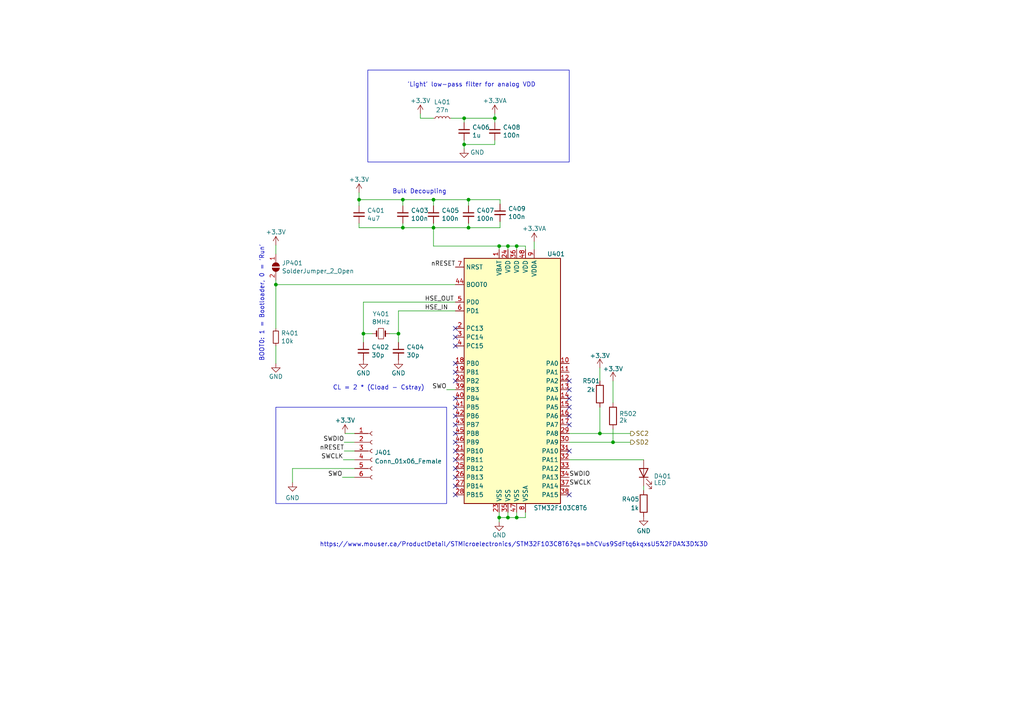
<source format=kicad_sch>
(kicad_sch (version 20230121) (generator eeschema)
  (paper "A4")
  (lib_symbols
    (symbol "Connector:Conn_01x06_Female" (pin_names (offset 1.016) hide)
      (property "Reference" "J" (at 0 7.62 0))
      (property "Value" "Conn_01x06_Female" (at 0 -10.16 0))
      (symbol "Conn_01x06_Female_1_1"
        (arc (start 0 -7.112) (mid -0.5058 -7.62) (end 0 -8.128) (stroke (width 0.1524)))
        (arc (start 0 -4.572) (mid -0.5058 -5.08) (end 0 -5.588) (stroke (width 0.1524)))
        (arc (start 0 -2.032) (mid -0.5058 -2.54) (end 0 -3.048) (stroke (width 0.1524)))
        (polyline (pts (xy -1.27 -7.62) (xy -0.508 -7.62)) (stroke (width 0.1524)))
        (polyline (pts (xy -1.27 -5.08) (xy -0.508 -5.08)) (stroke (width 0.1524)))
        (polyline (pts (xy -1.27 -2.54) (xy -0.508 -2.54)) (stroke (width 0.1524)))
        (polyline (pts (xy -1.27 0) (xy -0.508 0)) (stroke (width 0.1524)))
        (polyline (pts (xy -1.27 2.54) (xy -0.508 2.54)) (stroke (width 0.1524)))
        (polyline (pts (xy -1.27 5.08) (xy -0.508 5.08)) (stroke (width 0.1524)))
        (arc (start 0 0.508) (mid -0.5058 0) (end 0 -0.508) (stroke (width 0.1524)))
        (arc (start 0 3.048) (mid -0.5058 2.54) (end 0 2.032) (stroke (width 0.1524)))
        (arc (start 0 5.588) (mid -0.5058 5.08) (end 0 4.572) (stroke (width 0.1524)))
        (pin passive line (at -5.08 5.08 0) (length 3.81) (name "Pin_1") (number "1"))
        (pin passive line (at -5.08 2.54 0) (length 3.81) (name "Pin_2") (number "2"))
        (pin passive line (at -5.08 0 0) (length 3.81) (name "Pin_3") (number "3"))
        (pin passive line (at -5.08 -2.54 0) (length 3.81) (name "Pin_4") (number "4"))
        (pin passive line (at -5.08 -5.08 0) (length 3.81) (name "Pin_5") (number "5"))
        (pin passive line (at -5.08 -7.62 0) (length 3.81) (name "Pin_6") (number "6"))
      )
    )
    (symbol "Device:C_Small" (pin_numbers hide) (pin_names (offset 0.254) hide)
      (property "Reference" "C" (at 0.254 1.778 0))
      (property "Value" "C_Small" (at 0.254 -2.032 0))
      (symbol "C_Small_0_1"
        (polyline (pts (xy -1.524 -0.508) (xy 1.524 -0.508)) (stroke (width 0.3302)))
        (polyline (pts (xy -1.524 0.508) (xy 1.524 0.508)) (stroke (width 0.3048)))
      )
      (symbol "C_Small_1_1"
        (pin passive line (at 0 2.54 270) (length 2.032) (name "~") (number "1"))
        (pin passive line (at 0 -2.54 90) (length 2.032) (name "~") (number "2"))
      )
    )
    (symbol "Device:Crystal_Small" (pin_numbers hide) (pin_names (offset 1.016) hide)
      (property "Reference" "Y" (at 0 2.54 0))
      (property "Value" "Crystal_Small" (at 0 -2.54 0))
      (symbol "Crystal_Small_0_1"
        (rectangle (start -0.762 -1.524) (end 0.762 1.524))
        (polyline (pts (xy -1.27 -0.762) (xy -1.27 0.762)) (stroke (width 0.381)))
        (polyline (pts (xy 1.27 -0.762) (xy 1.27 0.762)) (stroke (width 0.381)))
      )
      (symbol "Crystal_Small_1_1"
        (pin passive line (at -2.54 0 0) (length 1.27) (name "1") (number "1"))
        (pin passive line (at 2.54 0 180) (length 1.27) (name "2") (number "2"))
      )
    )
    (symbol "Device:LED" (pin_numbers hide) (pin_names (offset 1.016) hide)
      (property "Reference" "D" (at 0 2.54 0))
      (property "Value" "LED" (at 0 -2.54 0))
      (symbol "LED_0_1"
        (polyline (pts (xy -1.27 -1.27) (xy -1.27 1.27)) (stroke (width 0.254)))
        (polyline (pts (xy -1.27 0) (xy 1.27 0)))
        (polyline (pts (xy 1.27 -1.27) (xy 1.27 1.27) (xy -1.27 0) (xy 1.27 -1.27)) (stroke (width 0.254)))
        (polyline (pts (xy -3.048 -0.762) (xy -4.572 -2.286) (xy -3.81 -2.286) (xy -4.572 -2.286) (xy -4.572 -1.524)))
        (polyline (pts (xy -1.778 -0.762) (xy -3.302 -2.286) (xy -2.54 -2.286) (xy -3.302 -2.286) (xy -3.302 -1.524)))
      )
      (symbol "LED_1_1"
        (pin passive line (at -3.81 0 0) (length 2.54) (name "K") (number "1"))
        (pin passive line (at 3.81 0 180) (length 2.54) (name "A") (number "2"))
      )
    )
    (symbol "Device:L_Small" (pin_numbers hide) (pin_names (offset 0.254) hide)
      (property "Reference" "L" (at 0.762 1.016 0))
      (property "Value" "L_Small" (at 0.762 -1.016 0))
      (symbol "L_Small_0_1"
        (arc (start 0 -2.032) (mid 0.5058 -1.524) (end 0 -1.016))
        (arc (start 0 -1.016) (mid 0.5058 -0.508) (end 0 0))
        (arc (start 0 0) (mid 0.5058 0.508) (end 0 1.016))
        (arc (start 0 1.016) (mid 0.5058 1.524) (end 0 2.032))
      )
      (symbol "L_Small_1_1"
        (pin passive line (at 0 2.54 270) (length 0.508) (name "~") (number "1"))
        (pin passive line (at 0 -2.54 90) (length 0.508) (name "~") (number "2"))
      )
    )
    (symbol "Device:R" (pin_numbers hide) (pin_names (offset 0))
      (property "Reference" "R" (at 2.032 0 90))
      (property "Value" "R" (at 0 0 90))
      (symbol "R_0_1"
        (rectangle (start -1.016 -2.54) (end 1.016 2.54) (stroke (width 0.254)))
      )
      (symbol "R_1_1"
        (pin passive line (at 0 3.81 270) (length 1.27) (name "~") (number "1"))
        (pin passive line (at 0 -3.81 90) (length 1.27) (name "~") (number "2"))
      )
    )
    (symbol "Device:R_Small" (pin_numbers hide) (pin_names (offset 0.254) hide)
      (property "Reference" "R" (at 0.762 0.508 0))
      (property "Value" "R_Small" (at 0.762 -1.016 0))
      (symbol "R_Small_0_1"
        (rectangle (start -0.762 1.778) (end 0.762 -1.778) (stroke (width 0.2032)))
      )
      (symbol "R_Small_1_1"
        (pin passive line (at 0 2.54 270) (length 0.762) (name "~") (number "1"))
        (pin passive line (at 0 -2.54 90) (length 0.762) (name "~") (number "2"))
      )
    )
    (symbol "Jumper:SolderJumper_2_Open" (pin_names (offset 0) hide)
      (property "Reference" "JP" (at 0 2.032 0))
      (property "Value" "SolderJumper_2_Open" (at 0 -2.54 0))
      (symbol "SolderJumper_2_Open_0_1"
        (arc (start -0.254 1.016) (mid -1.2656 0) (end -0.254 -1.016))
        (arc (start -0.254 1.016) (mid -1.2656 0) (end -0.254 -1.016) (fill (type outline)))
        (polyline (pts (xy -0.254 1.016) (xy -0.254 -1.016)))
        (polyline (pts (xy 0.254 1.016) (xy 0.254 -1.016)))
        (arc (start 0.254 -1.016) (mid 1.2656 0) (end 0.254 1.016))
        (arc (start 0.254 -1.016) (mid 1.2656 0) (end 0.254 1.016) (fill (type outline)))
      )
      (symbol "SolderJumper_2_Open_1_1"
        (pin passive line (at -3.81 0 0) (length 2.54) (name "A") (number "1"))
        (pin passive line (at 3.81 0 180) (length 2.54) (name "B") (number "2"))
      )
    )
    (symbol "MCU_ST_STM32F1:STM32F103C8Tx"
      (property "Reference" "U" (at -15.24 36.83 0))
      (property "Value" "STM32F103C8Tx" (at 7.62 36.83 0))
      (symbol "STM32F103C8Tx_0_1"
        (rectangle (start -15.24 -35.56) (end 12.7 35.56) (stroke (width 0.254)) (fill (type background)))
      )
      (symbol "STM32F103C8Tx_1_1"
        (pin power_in line (at -5.08 38.1 270) (length 2.54) (name "VBAT") (number "1"))
        (pin bidirectional line (at 15.24 5.08 180) (length 2.54) (name "PA0") (number "10"))
        (pin bidirectional line (at 15.24 2.54 180) (length 2.54) (name "PA1") (number "11"))
        (pin bidirectional line (at 15.24 0 180) (length 2.54) (name "PA2") (number "12"))
        (pin bidirectional line (at 15.24 -2.54 180) (length 2.54) (name "PA3") (number "13"))
        (pin bidirectional line (at 15.24 -5.08 180) (length 2.54) (name "PA4") (number "14"))
        (pin bidirectional line (at 15.24 -7.62 180) (length 2.54) (name "PA5") (number "15"))
        (pin bidirectional line (at 15.24 -10.16 180) (length 2.54) (name "PA6") (number "16"))
        (pin bidirectional line (at 15.24 -12.7 180) (length 2.54) (name "PA7") (number "17"))
        (pin bidirectional line (at -17.78 5.08 0) (length 2.54) (name "PB0") (number "18"))
        (pin bidirectional line (at -17.78 2.54 0) (length 2.54) (name "PB1") (number "19"))
        (pin bidirectional line (at -17.78 15.24 0) (length 2.54) (name "PC13") (number "2"))
        (pin bidirectional line (at -17.78 0 0) (length 2.54) (name "PB2") (number "20"))
        (pin bidirectional line (at -17.78 -20.32 0) (length 2.54) (name "PB10") (number "21"))
        (pin bidirectional line (at -17.78 -22.86 0) (length 2.54) (name "PB11") (number "22"))
        (pin power_in line (at -5.08 -38.1 90) (length 2.54) (name "VSS") (number "23"))
        (pin power_in line (at -2.54 38.1 270) (length 2.54) (name "VDD") (number "24"))
        (pin bidirectional line (at -17.78 -25.4 0) (length 2.54) (name "PB12") (number "25"))
        (pin bidirectional line (at -17.78 -27.94 0) (length 2.54) (name "PB13") (number "26"))
        (pin bidirectional line (at -17.78 -30.48 0) (length 2.54) (name "PB14") (number "27"))
        (pin bidirectional line (at -17.78 -33.02 0) (length 2.54) (name "PB15") (number "28"))
        (pin bidirectional line (at 15.24 -15.24 180) (length 2.54) (name "PA8") (number "29"))
        (pin bidirectional line (at -17.78 12.7 0) (length 2.54) (name "PC14") (number "3"))
        (pin bidirectional line (at 15.24 -17.78 180) (length 2.54) (name "PA9") (number "30"))
        (pin bidirectional line (at 15.24 -20.32 180) (length 2.54) (name "PA10") (number "31"))
        (pin bidirectional line (at 15.24 -22.86 180) (length 2.54) (name "PA11") (number "32"))
        (pin bidirectional line (at 15.24 -25.4 180) (length 2.54) (name "PA12") (number "33"))
        (pin bidirectional line (at 15.24 -27.94 180) (length 2.54) (name "PA13") (number "34"))
        (pin power_in line (at -2.54 -38.1 90) (length 2.54) (name "VSS") (number "35"))
        (pin power_in line (at 0 38.1 270) (length 2.54) (name "VDD") (number "36"))
        (pin bidirectional line (at 15.24 -30.48 180) (length 2.54) (name "PA14") (number "37"))
        (pin bidirectional line (at 15.24 -33.02 180) (length 2.54) (name "PA15") (number "38"))
        (pin bidirectional line (at -17.78 -2.54 0) (length 2.54) (name "PB3") (number "39"))
        (pin bidirectional line (at -17.78 10.16 0) (length 2.54) (name "PC15") (number "4"))
        (pin bidirectional line (at -17.78 -5.08 0) (length 2.54) (name "PB4") (number "40"))
        (pin bidirectional line (at -17.78 -7.62 0) (length 2.54) (name "PB5") (number "41"))
        (pin bidirectional line (at -17.78 -10.16 0) (length 2.54) (name "PB6") (number "42"))
        (pin bidirectional line (at -17.78 -12.7 0) (length 2.54) (name "PB7") (number "43"))
        (pin input line (at -17.78 27.94 0) (length 2.54) (name "BOOT0") (number "44"))
        (pin bidirectional line (at -17.78 -15.24 0) (length 2.54) (name "PB8") (number "45"))
        (pin bidirectional line (at -17.78 -17.78 0) (length 2.54) (name "PB9") (number "46"))
        (pin power_in line (at 0 -38.1 90) (length 2.54) (name "VSS") (number "47"))
        (pin power_in line (at 2.54 38.1 270) (length 2.54) (name "VDD") (number "48"))
        (pin input line (at -17.78 22.86 0) (length 2.54) (name "PD0") (number "5"))
        (pin input line (at -17.78 20.32 0) (length 2.54) (name "PD1") (number "6"))
        (pin input line (at -17.78 33.02 0) (length 2.54) (name "NRST") (number "7"))
        (pin power_in line (at 2.54 -38.1 90) (length 2.54) (name "VSSA") (number "8"))
        (pin power_in line (at 5.08 38.1 270) (length 2.54) (name "VDDA") (number "9"))
      )
    )
    (symbol "power:+3.3V" (power) (pin_names (offset 0))
      (property "Value" "+3.3V" (at 0 3.556 0))
      (symbol "+3.3V_0_1"
        (polyline (pts (xy -0.762 1.27) (xy 0 2.54)))
        (polyline (pts (xy 0 0) (xy 0 2.54)))
        (polyline (pts (xy 0 2.54) (xy 0.762 1.27)))
      )
      (symbol "+3.3V_1_1"
        (pin power_in line (at 0 0 90) (length 0) hide (name "+3.3V") (number "1"))
      )
    )
    (symbol "power:+3.3VA" (power) (pin_names (offset 0))
      (property "Value" "+3.3VA" (at 0 3.556 0))
      (symbol "+3.3VA_0_1"
        (polyline (pts (xy -0.762 1.27) (xy 0 2.54)))
        (polyline (pts (xy 0 0) (xy 0 2.54)))
        (polyline (pts (xy 0 2.54) (xy 0.762 1.27)))
      )
      (symbol "+3.3VA_1_1"
        (pin power_in line (at 0 0 90) (length 0) hide (name "+3.3VA") (number "1"))
      )
    )
    (symbol "power:GND" (power) (pin_names (offset 0))
      (property "Value" "GND" (at 0 -3.81 0))
      (symbol "GND_0_1"
        (polyline (pts (xy 0 0) (xy 0 -1.27) (xy 1.27 -1.27) (xy 0 -2.54) (xy -1.27 -1.27) (xy 0 -1.27)))
      )
      (symbol "GND_1_1"
        (pin power_in line (at 0 0 270) (length 0) hide (name "GND") (number "1"))
      )
    )
  )
  (junction (at 135.89 57.912))
  (junction (at 80.01 82.55))
  (junction (at 125.73 66.04))
  (junction (at 147.32 71.374))
  (junction (at 173.99 125.73))
  (junction (at 125.73 57.912))
  (junction (at 134.62 41.91))
  (junction (at 135.89 66.04))
  (junction (at 149.86 71.374))
  (junction (at 147.32 150.114))
  (junction (at 134.62 34.29))
  (junction (at 144.78 150.114))
  (junction (at 115.57 96.774))
  (junction (at 116.84 57.912))
  (junction (at 144.78 71.374))
  (junction (at 177.8 128.27))
  (junction (at 105.41 96.774))
  (junction (at 149.86 150.114))
  (junction (at 104.14 57.912))
  (junction (at 143.51 34.29))
  (junction (at 116.84 66.04))
  (no_connect (at 132.08 105.41))
  (no_connect (at 165.1 130.81))
  (no_connect (at 132.08 140.97))
  (no_connect (at 132.08 128.27))
  (no_connect (at 165.1 123.19))
  (no_connect (at 165.1 143.51))
  (no_connect (at 132.08 118.11))
  (no_connect (at 132.08 135.89))
  (no_connect (at 165.1 110.49))
  (no_connect (at 132.08 133.35))
  (no_connect (at 165.1 113.03))
  (no_connect (at 132.08 138.43))
  (no_connect (at 132.08 110.49))
  (no_connect (at 132.08 125.73))
  (no_connect (at 132.08 123.19))
  (no_connect (at 132.08 97.79))
  (no_connect (at 132.08 115.57))
  (no_connect (at 132.08 95.25))
  (no_connect (at 132.08 100.33))
  (no_connect (at 165.1 120.65))
  (no_connect (at 165.1 118.11))
  (no_connect (at 132.08 120.65))
  (no_connect (at 165.1 115.57))
  (no_connect (at 132.08 130.81))
  (no_connect (at 132.08 107.95))
  (no_connect (at 132.08 143.51))
  (wire (pts (xy 104.14 57.912) (xy 116.84 57.912)))
  (wire (pts (xy 80.01 71.12) (xy 80.01 73.66)))
  (wire (pts (xy 134.62 43.18) (xy 134.62 41.91)))
  (wire (pts (xy 121.92 34.29) (xy 125.73 34.29)))
  (wire (pts (xy 105.41 87.63) (xy 105.41 96.774)))
  (wire (pts (xy 115.57 99.314) (xy 115.57 96.774)))
  (wire (pts (xy 105.41 99.314) (xy 105.41 96.774)))
  (wire (pts (xy 143.51 34.29) (xy 134.62 34.29)))
  (wire (pts (xy 135.89 64.77) (xy 135.89 66.04)))
  (wire (pts (xy 186.69 140.97) (xy 186.69 142.24)))
  (wire (pts (xy 165.1 133.35) (xy 186.69 133.35)))
  (wire (pts (xy 84.836 139.954) (xy 84.836 135.89)))
  (wire (pts (xy 152.4 71.374) (xy 152.4 72.39)))
  (wire (pts (xy 125.73 66.04) (xy 125.73 71.374)))
  (wire (pts (xy 104.14 66.04) (xy 116.84 66.04)))
  (wire (pts (xy 80.01 82.55) (xy 132.08 82.55)))
  (wire (pts (xy 80.01 105.41) (xy 80.01 100.33)))
  (wire (pts (xy 104.14 55.88) (xy 104.14 57.912)))
  (wire (pts (xy 149.86 71.374) (xy 152.4 71.374)))
  (wire (pts (xy 135.89 66.04) (xy 145.034 66.04)))
  (wire (pts (xy 149.86 72.39) (xy 149.86 71.374)))
  (wire (pts (xy 80.01 82.55) (xy 80.01 95.25)))
  (wire (pts (xy 145.034 57.912) (xy 135.89 57.912)))
  (wire (pts (xy 113.03 96.774) (xy 115.57 96.774)))
  (wire (pts (xy 147.32 72.39) (xy 147.32 71.374)))
  (wire (pts (xy 84.836 135.89) (xy 102.87 135.89)))
  (wire (pts (xy 116.84 57.912) (xy 116.84 59.69)))
  (wire (pts (xy 121.92 33.02) (xy 121.92 34.29)))
  (wire (pts (xy 116.84 57.912) (xy 125.73 57.912)))
  (wire (pts (xy 99.568 133.35) (xy 102.87 133.35)))
  (wire (pts (xy 125.73 64.77) (xy 125.73 66.04)))
  (wire (pts (xy 134.62 35.56) (xy 134.62 34.29)))
  (wire (pts (xy 99.822 130.81) (xy 102.87 130.81)))
  (wire (pts (xy 154.94 70.104) (xy 154.94 72.39)))
  (wire (pts (xy 134.62 40.64) (xy 134.62 41.91)))
  (wire (pts (xy 144.78 71.374) (xy 147.32 71.374)))
  (wire (pts (xy 173.99 125.73) (xy 182.88 125.73)))
  (wire (pts (xy 143.51 35.56) (xy 143.51 34.29)))
  (wire (pts (xy 177.8 110.49) (xy 177.8 116.84)))
  (wire (pts (xy 135.89 59.69) (xy 135.89 57.912)))
  (wire (pts (xy 125.73 57.912) (xy 135.89 57.912)))
  (wire (pts (xy 132.08 87.63) (xy 105.41 87.63)))
  (wire (pts (xy 99.314 138.43) (xy 102.87 138.43)))
  (wire (pts (xy 165.1 125.73) (xy 173.99 125.73)))
  (wire (pts (xy 147.32 150.114) (xy 149.86 150.114)))
  (wire (pts (xy 125.73 66.04) (xy 135.89 66.04)))
  (wire (pts (xy 125.73 59.69) (xy 125.73 57.912)))
  (wire (pts (xy 145.034 59.182) (xy 145.034 57.912)))
  (wire (pts (xy 100.076 125.73) (xy 102.87 125.73)))
  (wire (pts (xy 144.78 150.114) (xy 144.78 148.59)))
  (wire (pts (xy 144.78 151.384) (xy 144.78 150.114)))
  (wire (pts (xy 173.99 106.68) (xy 173.99 110.49)))
  (wire (pts (xy 147.32 148.59) (xy 147.32 150.114)))
  (wire (pts (xy 134.62 41.91) (xy 143.51 41.91)))
  (wire (pts (xy 115.57 96.774) (xy 115.57 90.17)))
  (wire (pts (xy 177.8 128.27) (xy 182.88 128.27)))
  (wire (pts (xy 147.32 71.374) (xy 149.86 71.374)))
  (wire (pts (xy 143.51 33.02) (xy 143.51 34.29)))
  (wire (pts (xy 177.8 124.46) (xy 177.8 128.27)))
  (wire (pts (xy 116.84 64.77) (xy 116.84 66.04)))
  (wire (pts (xy 105.41 96.774) (xy 107.95 96.774)))
  (wire (pts (xy 144.78 150.114) (xy 147.32 150.114)))
  (wire (pts (xy 104.14 57.912) (xy 104.14 59.69)))
  (wire (pts (xy 173.99 118.11) (xy 173.99 125.73)))
  (wire (pts (xy 152.4 150.114) (xy 152.4 148.59)))
  (wire (pts (xy 125.73 71.374) (xy 144.78 71.374)))
  (wire (pts (xy 99.822 128.27) (xy 102.87 128.27)))
  (wire (pts (xy 165.1 128.27) (xy 177.8 128.27)))
  (wire (pts (xy 143.51 41.91) (xy 143.51 40.64)))
  (wire (pts (xy 149.86 148.59) (xy 149.86 150.114)))
  (wire (pts (xy 129.54 113.03) (xy 132.08 113.03)))
  (wire (pts (xy 144.78 71.374) (xy 144.78 72.39)))
  (wire (pts (xy 80.01 81.28) (xy 80.01 82.55)))
  (wire (pts (xy 104.14 64.77) (xy 104.14 66.04)))
  (wire (pts (xy 115.57 90.17) (xy 132.08 90.17)))
  (wire (pts (xy 116.84 66.04) (xy 125.73 66.04)))
  (wire (pts (xy 149.86 150.114) (xy 152.4 150.114)))
  (wire (pts (xy 145.034 64.262) (xy 145.034 66.04)))
  (wire (pts (xy 130.81 34.29) (xy 134.62 34.29)))
  (rectangle (start 106.68 20.32) (end 165.1 46.99))
  (rectangle (start 80.01 118.11) (end 129.54 146.05))
  (text "https://www.mouser.ca/ProductDetail/STMicroelectronics/STM32F103C8T6?qs=bhCVus9SdFtq6kqxsU5%2FDA%3D%3D" (at 92.71 158.75 0) (effects (font (size 1.27 1.27)) (justify left bottom)))
  (text "Bulk Decoupling\n" (at 113.792 56.388 0) (effects (font (size 1.27 1.27)) (justify left bottom)))
  (text "CL = 2 * (Cload - Cstray)" (at 96.52 113.284 0) (effects (font (size 1.27 1.27)) (justify left bottom)))
  (text "'Light' low-pass filter for analog VDD" (at 118.11 25.4 0) (effects (font (size 1.27 1.27)) (justify left bottom)))
  (text "BOOT0: 1 = Bootloader, 0 = 'Run'" (at 76.708 104.902 90) (effects (font (size 1.27 1.27)) (justify left bottom)))
  (label "nRESET" (at 132.08 77.47 180))
  (label "SWCLK" (at 165.1 140.97 0))
  (label "SWCLK" (at 99.568 133.35 180))
  (label "SWDIO" (at 165.1 138.43 0))
  (label "SWDIO" (at 99.822 128.27 180))
  (label "SWO" (at 99.314 138.43 180))
  (label "nRESET" (at 99.822 130.81 180))
  (label "SWO" (at 129.54 113.03 180))
  (label "HSE_IN" (at 123.19 90.17 0))
  (label "HSE_OUT" (at 123.19 87.63 0))
  (hierarchical_label "SC2" (shape output) (at 182.88 125.73 0))
  (hierarchical_label "SD2" (shape output) (at 182.88 128.27 0))
  (symbol (lib_id "Device:LED") (at 186.69 137.16 90) (unit 1)
    (property "Reference" "D401" (at 189.611 138.1038 90) (effects (justify right)))
    (property "Value" "LED" (at 189.611 140.0248 90) (effects (justify right)))
    (property "Footprint" "LED_SMD:LED_0402_1005Metric_Pad0.77x0.64mm_HandSolder" (effects hide))
    (instances (project "payload" (path "" (reference "D401") (unit 1)) (path "" (reference "D301") (unit 1))))
  )
  (symbol (lib_id "power:GND") (at 115.57 104.394 0) (unit 1)
    (property "Reference" "#PWR0407" (effects hide))
    (property "Value" "GND" (at 115.57 108.204 0))
    (instances (project "payload" (path "" (reference "#PWR0407") (unit 1))) (project "PDB" (path "" (reference "#PWR0126") (unit 1))))
  )
  (symbol (lib_id "power:+3.3V") (at 100.076 125.73 0) (unit 1)
    (property "Reference" "#PWR0404" (effects hide))
    (property "Value" "+3.3V" (at 100.076 121.92 0))
    (instances (project "payload" (path "" (reference "#PWR0404") (unit 1))) (project "PDB" (path "" (reference "#PWR0127") (unit 1))))
  )
  (symbol (lib_id "Device:R_Small") (at 80.01 97.79 0) (unit 1)
    (property "Reference" "R401" (at 81.5086 96.6216 0) (effects (justify left)))
    (property "Value" "10k" (at 81.5086 98.933 0) (effects (justify left)))
    (property "Footprint" "Resistor_SMD:R_0805_2012Metric_Pad1.20x1.40mm_HandSolder" (effects hide))
    (property "LCSC Part #" "C25744" (effects hide))
    (instances (project "payload" (path "" (reference "R401") (unit 1))) (project "PDB" (path "" (reference "R108") (unit 1))))
  )
  (symbol (lib_id "power:GND") (at 80.01 105.41 0) (unit 1)
    (property "Reference" "#PWR0403" (effects hide))
    (property "Value" "GND" (at 80.01 109.22 0))
    (instances (project "payload" (path "" (reference "#PWR0403") (unit 1))) (project "PDB" (path "" (reference "#PWR0123") (unit 1))))
  )
  (symbol (lib_id "power:+3.3VA") (at 143.51 33.02 0) (unit 1)
    (property "Reference" "#PWR0410" (effects hide))
    (property "Value" "+3.3VA" (at 143.51 29.21 0))
    (instances (project "payload" (path "" (reference "#PWR0410") (unit 1))) (project "PDB" (path "" (reference "#PWR0120") (unit 1))))
  )
  (symbol (lib_id "power:+3.3V") (at 80.01 71.12 0) (unit 1)
    (property "Reference" "#PWR0402" (effects hide))
    (property "Value" "+3.3V" (at 80.01 67.31 0))
    (instances (project "payload" (path "" (reference "#PWR0402") (unit 1))) (project "PDB" (path "" (reference "#PWR0124") (unit 1))))
  )
  (symbol (lib_id "Device:R") (at 186.69 146.05 0) (unit 1)
    (property "Reference" "R405" (at 180.34 144.78 0) (effects (justify left)))
    (property "Value" "1k" (at 182.88 147.32 0) (effects (justify left)))
    (property "Footprint" "Capacitor_SMD:C_0603_1608Metric_Pad1.08x0.95mm_HandSolder" (effects hide))
    (instances (project "payload" (path "" (reference "R405") (unit 1)) (path "" (reference "R101") (unit 1)) (path "" (reference "R303") (unit 1))) (project "electrical-power-system" (path "" (reference "R401") (unit 1))))
  )
  (symbol (lib_id "Device:C_Small") (at 116.84 62.23 0) (unit 1)
    (property "Reference" "C403" (at 119.1768 61.0616 0) (effects (justify left)))
    (property "Value" "100n" (at 119.1768 63.373 0) (effects (justify left)))
    (property "Footprint" "Capacitor_SMD:C_0805_2012Metric_Pad1.18x1.45mm_HandSolder" (effects hide))
    (property "LCSC Part #" "C1525" (effects hide))
    (instances (project "payload" (path "" (reference "C403") (unit 1))) (project "PDB" (path "" (reference "C112") (unit 1))))
  )
  (symbol (lib_id "power:+3.3V") (at 177.8 110.49 0) (unit 1)
    (property "Reference" "#PWR0114" (effects hide))
    (property "Value" "+3.3V" (at 177.8 106.9881 0))
    (instances (project "payload" (path "" (reference "#PWR0114") (unit 1)) (path "" (reference "#PWR0506") (unit 1)) (path "" (reference "#PWR0414") (unit 1))) (project "electrical-power-system" (path "" (reference "#PWR0119") (unit 1))))
  )
  (symbol (lib_id "power:GND") (at 84.836 139.954 0) (unit 1)
    (property "Reference" "#PWR0401" (effects hide))
    (property "Value" "GND" (at 84.836 144.3974 0))
    (instances (project "payload" (path "" (reference "#PWR0401") (unit 1))) (project "PDB" (path "" (reference "#PWR0118") (unit 1))))
  )
  (symbol (lib_id "power:GND") (at 186.69 149.86 0) (unit 1)
    (property "Reference" "#PWR0416" (effects hide))
    (property "Value" "GND" (at 186.69 153.9955 0))
    (instances (project "payload" (path "" (reference "#PWR0416") (unit 1)) (path "" (reference "#PWR0309") (unit 1))) (project "electrical-power-system" (path "" (reference "#PWR0408") (unit 1))))
  )
  (symbol (lib_id "MCU_ST_STM32F1:STM32F103C8Tx") (at 149.86 110.49 0) (unit 1)
    (property "Reference" "U401" (at 161.29 73.66 0))
    (property "Value" "STM32F103C8T6" (at 162.56 147.32 0))
    (property "Footprint" "Package_QFP:LQFP-48_7x7mm_P0.5mm" (effects hide))
    (property "Datasheet" "http://www.st.com/st-web-ui/static/active/en/resource/technical/document/datasheet/CD00161566.pdf" (effects hide))
    (property "LCSC Part #" "C8734" (effects hide))
    (instances (project "payload" (path "" (reference "U401") (unit 1))) (project "PDB" (path "" (reference "U105") (unit 1))))
  )
  (symbol (lib_id "Device:R") (at 177.8 120.65 0) (unit 1)
    (property "Reference" "R502" (at 179.578 120.0063 0) (effects (justify left)))
    (property "Value" "2k" (at 179.578 121.9273 0) (effects (justify left)))
    (property "Footprint" "Capacitor_SMD:C_0603_1608Metric_Pad1.08x0.95mm_HandSolder" (effects hide))
    (instances (project "payload" (path "" (reference "R502") (unit 1)) (path "" (reference "R102") (unit 1)) (path "" (reference "R403") (unit 1))) (project "electrical-power-system" (path "" (reference "R402") (unit 1))))
  )
  (symbol (lib_id "Device:C_Small") (at 134.62 38.1 0) (unit 1)
    (property "Reference" "C406" (at 136.9568 36.9316 0) (effects (justify left)))
    (property "Value" "1u" (at 136.9568 39.243 0) (effects (justify left)))
    (property "Footprint" "Capacitor_SMD:C_0805_2012Metric_Pad1.18x1.45mm_HandSolder" (effects hide))
    (property "LCSC Part #" "C52923" (effects hide))
    (instances (project "payload" (path "" (reference "C406") (unit 1))) (project "PDB" (path "" (reference "C115") (unit 1))))
  )
  (symbol (lib_id "Device:C_Small") (at 115.57 101.854 0) (unit 1)
    (property "Reference" "C404" (at 117.9068 100.6856 0) (effects (justify left)))
    (property "Value" "30p" (at 117.9068 102.997 0) (effects (justify left)))
    (property "Footprint" "Capacitor_SMD:C_0805_2012Metric_Pad1.18x1.45mm_HandSolder" (effects hide))
    (property "LCSC Part #" "C1570" (effects hide))
    (instances (project "payload" (path "" (reference "C404") (unit 1))) (project "PDB" (path "" (reference "C113") (unit 1))))
  )
  (symbol (lib_id "Device:C_Small") (at 125.73 62.23 0) (unit 1)
    (property "Reference" "C405" (at 128.0668 61.0616 0) (effects (justify left)))
    (property "Value" "100n" (at 128.0668 63.373 0) (effects (justify left)))
    (property "Footprint" "Capacitor_SMD:C_0805_2012Metric_Pad1.18x1.45mm_HandSolder" (effects hide))
    (property "LCSC Part #" "C1525" (effects hide))
    (instances (project "payload" (path "" (reference "C405") (unit 1))) (project "PDB" (path "" (reference "C114") (unit 1))))
  )
  (symbol (lib_id "Device:C_Small") (at 143.51 38.1 0) (unit 1)
    (property "Reference" "C408" (at 145.8468 36.9316 0) (effects (justify left)))
    (property "Value" "100n" (at 145.8468 39.243 0) (effects (justify left)))
    (property "Footprint" "Capacitor_SMD:C_0805_2012Metric_Pad1.18x1.45mm_HandSolder" (effects hide))
    (property "LCSC Part #" "C1525" (effects hide))
    (instances (project "payload" (path "" (reference "C408") (unit 1))) (project "PDB" (path "" (reference "C117") (unit 1))))
  )
  (symbol (lib_id "power:+3.3V") (at 121.92 33.02 0) (unit 1)
    (property "Reference" "#PWR0408" (effects hide))
    (property "Value" "+3.3V" (at 121.92 29.21 0))
    (instances (project "payload" (path "" (reference "#PWR0408") (unit 1))) (project "PDB" (path "" (reference "#PWR0121") (unit 1))))
  )
  (symbol (lib_id "power:+3.3VA") (at 154.94 70.104 0) (unit 1)
    (property "Reference" "#PWR0412" (effects hide))
    (property "Value" "+3.3VA" (at 154.94 66.294 0))
    (instances (project "payload" (path "" (reference "#PWR0412") (unit 1))) (project "PDB" (path "" (reference "#PWR0101") (unit 1))))
  )
  (symbol (lib_id "Jumper:SolderJumper_2_Open") (at 80.01 77.47 270) (unit 1)
    (property "Reference" "JP401" (at 81.7372 76.3016 90) (effects (justify left)))
    (property "Value" "SolderJumper_2_Open" (at 81.7372 78.613 90) (effects (justify left)))
    (property "Footprint" "Jumper:SolderJumper-2_P1.3mm_Open_Pad1.0x1.5mm" (effects hide))
    (instances (project "payload" (path "" (reference "JP401") (unit 1))) (project "PDB" (path "" (reference "JP101") (unit 1))))
  )
  (symbol (lib_id "Device:R") (at 173.99 114.3 0) (unit 1)
    (property "Reference" "R501" (at 168.91 110.49 0) (effects (justify left)))
    (property "Value" "2k" (at 170.18 113.03 0) (effects (justify left)))
    (property "Footprint" "Capacitor_SMD:C_0603_1608Metric_Pad1.08x0.95mm_HandSolder" (effects hide))
    (instances (project "payload" (path "" (reference "R501") (unit 1)) (path "" (reference "R101") (unit 1)) (path "" (reference "R402") (unit 1))) (project "electrical-power-system" (path "" (reference "R401") (unit 1))))
  )
  (symbol (lib_id "Device:C_Small") (at 104.14 62.23 0) (unit 1)
    (property "Reference" "C401" (at 106.4768 61.0616 0) (effects (justify left)))
    (property "Value" "4u7" (at 106.4768 63.373 0) (effects (justify left)))
    (property "Footprint" "Capacitor_SMD:C_0805_2012Metric_Pad1.18x1.45mm_HandSolder" (effects hide))
    (property "LCSC Part #" "C19666" (effects hide))
    (instances (project "payload" (path "" (reference "C401") (unit 1))) (project "PDB" (path "" (reference "C110") (unit 1))))
  )
  (symbol (lib_id "power:+3.3V") (at 104.14 55.88 0) (unit 1)
    (property "Reference" "#PWR0405" (effects hide))
    (property "Value" "+3.3V" (at 104.14 52.07 0))
    (instances (project "payload" (path "" (reference "#PWR0405") (unit 1))) (project "PDB" (path "" (reference "#PWR0119") (unit 1))))
  )
  (symbol (lib_id "Device:Crystal_Small") (at 110.49 96.774 0) (unit 1)
    (property "Reference" "Y401" (at 110.49 91.059 0))
    (property "Value" "8MHz" (at 110.49 93.3704 0))
    (property "Footprint" "Crystal:Crystal_SMD_5032-2Pin_5.0x3.2mm" (effects hide))
    (property "LCSC Part #" "C115962" (effects hide))
    (instances (project "payload" (path "" (reference "Y401") (unit 1))) (project "PDB" (path "" (reference "Y101") (unit 1))))
  )
  (symbol (lib_id "power:+3.3V") (at 173.99 106.68 0) (unit 1)
    (property "Reference" "#PWR0113" (effects hide))
    (property "Value" "+3.3V" (at 173.99 103.1781 0))
    (instances (project "payload" (path "" (reference "#PWR0113") (unit 1)) (path "" (reference "#PWR0505") (unit 1)) (path "" (reference "#PWR0413") (unit 1))) (project "electrical-power-system" (path "" (reference "#PWR0119") (unit 1))))
  )
  (symbol (lib_id "power:GND") (at 105.41 104.394 0) (unit 1)
    (property "Reference" "#PWR0406" (effects hide))
    (property "Value" "GND" (at 105.41 108.204 0))
    (instances (project "payload" (path "" (reference "#PWR0406") (unit 1))) (project "PDB" (path "" (reference "#PWR0125") (unit 1))))
  )
  (symbol (lib_id "Device:C_Small") (at 105.41 101.854 0) (unit 1)
    (property "Reference" "C402" (at 107.7468 100.6856 0) (effects (justify left)))
    (property "Value" "30p" (at 107.7468 102.997 0) (effects (justify left)))
    (property "Footprint" "Capacitor_SMD:C_0805_2012Metric_Pad1.18x1.45mm_HandSolder" (effects hide))
    (property "LCSC Part #" "C1570" (effects hide))
    (instances (project "payload" (path "" (reference "C402") (unit 1))) (project "PDB" (path "" (reference "C111") (unit 1))))
  )
  (symbol (lib_id "Device:C_Small") (at 135.89 62.23 0) (unit 1)
    (property "Reference" "C407" (at 138.2268 61.0616 0) (effects (justify left)))
    (property "Value" "100n" (at 138.2268 63.373 0) (effects (justify left)))
    (property "Footprint" "Capacitor_SMD:C_0805_2012Metric_Pad1.18x1.45mm_HandSolder" (effects hide))
    (property "LCSC Part #" "C1525" (effects hide))
    (instances (project "payload" (path "" (reference "C407") (unit 1))) (project "PDB" (path "" (reference "C116") (unit 1))))
  )
  (symbol (lib_id "Device:C_Small") (at 145.034 61.722 0) (unit 1)
    (property "Reference" "C409" (at 147.3708 60.5536 0) (effects (justify left)))
    (property "Value" "100n" (at 147.3708 62.865 0) (effects (justify left)))
    (property "Footprint" "Capacitor_SMD:C_0805_2012Metric_Pad1.18x1.45mm_HandSolder" (effects hide))
    (property "LCSC Part #" "C1525" (effects hide))
    (instances (project "payload" (path "" (reference "C409") (unit 1))) (project "PDB" (path "" (reference "C118") (unit 1))))
  )
  (symbol (lib_id "power:GND") (at 134.62 43.18 0) (unit 1)
    (property "Reference" "#PWR0409" (effects hide))
    (property "Value" "GND" (at 138.43 44.196 0))
    (instances (project "payload" (path "" (reference "#PWR0409") (unit 1))) (project "PDB" (path "" (reference "#PWR0122") (unit 1))))
  )
  (symbol (lib_id "Connector:Conn_01x06_Female") (at 107.95 130.81 0) (unit 1)
    (property "Reference" "J401" (at 108.6612 131.2453 0) (effects (justify left)))
    (property "Value" "Conn_01x06_Female" (at 108.6612 133.7822 0) (effects (justify left)))
    (property "Footprint" "Connector_PinHeader_1.00mm:PinHeader_1x06_P1.00mm_Vertical" (effects hide))
    (instances (project "payload" (path "" (reference "J401") (unit 1))) (project "PDB" (path "" (reference "J104") (unit 1))))
  )
  (symbol (lib_id "Device:L_Small") (at 128.27 34.29 90) (unit 1)
    (property "Reference" "L401" (at 128.27 29.591 90))
    (property "Value" "27n" (at 128.27 31.9024 90))
    (property "Footprint" "Inductor_SMD:L_0402_1005Metric" (effects hide))
    (property "LCSC Part #" "C18830" (effects hide))
    (instances (project "payload" (path "" (reference "L401") (unit 1))) (project "PDB" (path "" (reference "L101") (unit 1))))
  )
  (symbol (lib_id "power:GND") (at 144.78 151.384 0) (unit 1)
    (property "Reference" "#PWR0411" (effects hide))
    (property "Value" "GND" (at 144.78 155.194 0))
    (instances (project "payload" (path "" (reference "#PWR0411") (unit 1))) (project "PDB" (path "" (reference "#PWR0117") (unit 1))))
  )
)
</source>
